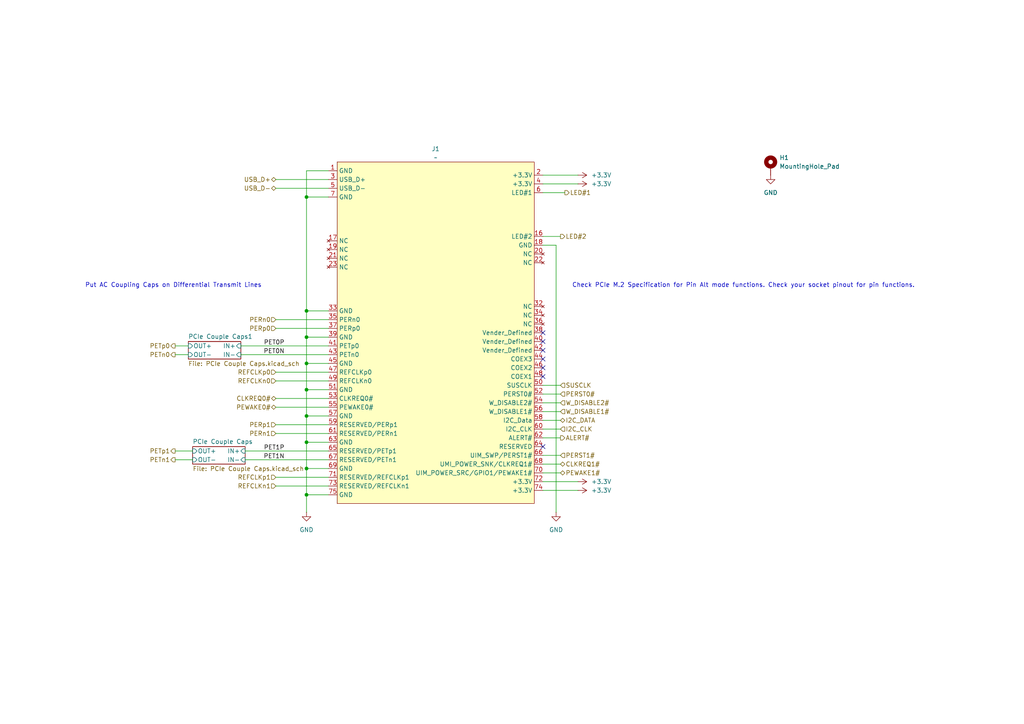
<source format=kicad_sch>
(kicad_sch (version 20250114) (generator "eeschema") (generator_version "9.0")
  (paper "A4")
  (lib_symbols
    (symbol "Mechanical:MountingHole_Pad" (pin_numbers (hide yes)) (pin_names (offset 1.016) (hide yes)) (in_bom no)
      (property "Reference" "H" (at 0 6.35 0))
      (property "Value" "MountingHole_Pad" (at 0 4.445 0))
      (symbol "MountingHole_Pad_0_1"
        (circle (center 0 1.27) (radius 1.27) (stroke (width 1.27)))
      )
      (symbol "MountingHole_Pad_1_1"
        (pin input line (at 0 -2.54 90) (length 2.54) (name "1") (number "1"))
      )
    )
    (symbol "PCIexpress:M.2_A+E_Key"
      (property "Reference" "J" (at 0 0 0))
      (symbol "M.2_A+E_Key_0_1"
        (rectangle (start -27.94 -6.35) (end 29.21 -105.41) (fill (type background)))
      )
      (symbol "M.2_A+E_Key_1_1"
        (pin power_in line (at -30.48 -8.89 0) (length 2.54) (name "GND") (number "1"))
        (pin bidirectional line (at -30.48 -11.43 0) (length 2.54) (name "USB_D+") (number "3"))
        (pin bidirectional line (at -30.48 -13.97 0) (length 2.54) (name "USB_D-") (number "5"))
        (pin power_in line (at -30.48 -16.51 0) (length 2.54) (name "GND") (number "7"))
        (pin no_connect line (at -30.48 -29.21 0) (length 2.54) (name "NC") (number "17"))
        (pin no_connect line (at -30.48 -31.75 0) (length 2.54) (name "NC") (number "19"))
        (pin no_connect line (at -30.48 -34.29 0) (length 2.54) (name "NC") (number "21"))
        (pin no_connect line (at -30.48 -36.83 0) (length 2.54) (name "NC") (number "23"))
        (pin power_in line (at -30.48 -49.53 0) (length 2.54) (name "GND") (number "33"))
        (pin input line (at -30.48 -52.07 0) (length 2.54) (name "PERn0") (number "35"))
        (pin input line (at -30.48 -54.61 0) (length 2.54) (name "PERp0") (number "37"))
        (pin power_in line (at -30.48 -57.15 0) (length 2.54) (name "GND") (number "39"))
        (pin output line (at -30.48 -59.69 0) (length 2.54) (name "PETp0") (number "41"))
        (pin output line (at -30.48 -62.23 0) (length 2.54) (name "PETn0") (number "43"))
        (pin power_in line (at -30.48 -64.77 0) (length 2.54) (name "GND") (number "45"))
        (pin input line (at -30.48 -67.31 0) (length 2.54) (name "REFCLKp0") (number "47"))
        (pin input line (at -30.48 -69.85 0) (length 2.54) (name "REFCLKn0") (number "49"))
        (pin power_in line (at -30.48 -72.39 0) (length 2.54) (name "GND") (number "51"))
        (pin bidirectional line (at -30.48 -74.93 0) (length 2.54) (name "CLKREQ0#") (number "53"))
        (pin bidirectional line (at -30.48 -77.47 0) (length 2.54) (name "PEWAKE0#") (number "55"))
        (pin power_in line (at -30.48 -80.01 0) (length 2.54) (name "GND") (number "57"))
        (pin input line (at -30.48 -82.55 0) (length 2.54) (name "RESERVED/PERp1") (number "59"))
        (pin input line (at -30.48 -85.09 0) (length 2.54) (name "RESERVED/PERn1") (number "61"))
        (pin power_in line (at -30.48 -87.63 0) (length 2.54) (name "GND") (number "63"))
        (pin output line (at -30.48 -90.17 0) (length 2.54) (name "RESERVED/PETp1") (number "65"))
        (pin output line (at -30.48 -92.71 0) (length 2.54) (name "RESERVED/PETn1") (number "67"))
        (pin passive line (at -30.48 -95.25 0) (length 2.54) (name "GND") (number "69"))
        (pin input line (at -30.48 -97.79 0) (length 2.54) (name "RESERVED/REFCLKp1") (number "71"))
        (pin input line (at -30.48 -100.33 0) (length 2.54) (name "RESERVED/REFCLKn1") (number "73"))
        (pin power_in line (at -30.48 -102.87 0) (length 2.54) (name "GND") (number "75"))
        (pin power_in line (at 31.75 -10.16 180) (length 2.54) (name "+3.3V") (number "2"))
        (pin power_in line (at 31.75 -12.7 180) (length 2.54) (name "+3.3V") (number "4"))
        (pin output line (at 31.75 -15.24 180) (length 2.54) (name "LED#1") (number "6"))
        (pin output line (at 31.75 -27.94 180) (length 2.54) (name "LED#2") (number "16"))
        (pin power_in line (at 31.75 -30.48 180) (length 2.54) (name "GND") (number "18"))
        (pin no_connect line (at 31.75 -33.02 180) (length 2.54) (name "NC") (number "20"))
        (pin no_connect line (at 31.75 -35.56 180) (length 2.54) (name "NC") (number "22"))
        (pin no_connect line (at 31.75 -48.26 180) (length 2.54) (name "NC") (number "32"))
        (pin no_connect line (at 31.75 -50.8 180) (length 2.54) (name "NC") (number "34"))
        (pin no_connect line (at 31.75 -53.34 180) (length 2.54) (name "NC") (number "36"))
        (pin unspecified line (at 31.75 -55.88 180) (length 2.54) (name "Vender_Defined") (number "38"))
        (pin unspecified line (at 31.75 -58.42 180) (length 2.54) (name "Vender_Defined") (number "40"))
        (pin unspecified line (at 31.75 -60.96 180) (length 2.54) (name "Vender_Defined") (number "42"))
        (pin bidirectional line (at 31.75 -63.5 180) (length 2.54) (name "COEX3") (number "44"))
        (pin bidirectional line (at 31.75 -66.04 180) (length 2.54) (name "COEX2") (number "46"))
        (pin bidirectional line (at 31.75 -68.58 180) (length 2.54) (name "COEX1") (number "48"))
        (pin input line (at 31.75 -71.12 180) (length 2.54) (name "SUSCLK") (number "50"))
        (pin input line (at 31.75 -73.66 180) (length 2.54) (name "PERST0#") (number "52"))
        (pin input line (at 31.75 -76.2 180) (length 2.54) (name "W_DISABLE2#") (number "54"))
        (pin input line (at 31.75 -78.74 180) (length 2.54) (name "W_DISABLE1#") (number "56"))
        (pin bidirectional line (at 31.75 -81.28 180) (length 2.54) (name "I2C_Data") (number "58"))
        (pin input line (at 31.75 -83.82 180) (length 2.54) (name "I2C_CLK") (number "60"))
        (pin output line (at 31.75 -86.36 180) (length 2.54) (name "ALERT#") (number "62"))
        (pin unspecified line (at 31.75 -88.9 180) (length 2.54) (name "RESERVED") (number "64"))
        (pin unspecified line (at 31.75 -91.44 180) (length 2.54) (name "UIM_SWP/PERST1#") (number "66"))
        (pin unspecified line (at 31.75 -93.98 180) (length 2.54) (name "UMI_POWER_SNK/CLKREQ1#") (number "68"))
        (pin unspecified line (at 31.75 -96.52 180) (length 2.54) (name "UIM_POWER_SRC/GPIO1/PEWAKE1#") (number "70"))
        (pin power_in line (at 31.75 -99.06 180) (length 2.54) (name "+3.3V") (number "72"))
        (pin power_in line (at 31.75 -101.6 180) (length 2.54) (name "+3.3V") (number "74"))
      )
    )
    (symbol "power:+3.3V" (power) (pin_numbers (hide yes)) (pin_names (offset 0) (hide yes))
      (property "Value" "+3.3V" (at 0 3.556 0))
      (symbol "+3.3V_0_1"
        (polyline (pts (xy -0.762 1.27) (xy 0 2.54)))
        (polyline (pts (xy 0 2.54) (xy 0.762 1.27)))
        (polyline (pts (xy 0 0) (xy 0 2.54)))
      )
      (symbol "+3.3V_1_1"
        (pin power_in line (at 0 0 90) (length 0) (name "~") (number "1"))
      )
    )
    (symbol "power:GND" (power) (pin_numbers (hide yes)) (pin_names (offset 0) (hide yes))
      (property "Value" "GND" (at 0 -3.81 0))
      (symbol "GND_0_1"
        (polyline (pts (xy 0 0) (xy 0 -1.27) (xy 1.27 -1.27) (xy 0 -2.54) (xy -1.27 -1.27) (xy 0 -1.27)))
      )
      (symbol "GND_1_1"
        (pin power_in line (at 0 0 270) (length 0) (name "~") (number "1"))
      )
    )
  )
  (text "Put AC Coupling Caps on Differential Transmit Lines" (at 50.292 82.804 0) (effects (font (size 1.27 1.27))))
  (text "Check PCIe M.2 Specification for Pin Alt mode functions. Check your socket pinout for pin functions." (at 215.646 82.804 0) (effects (font (size 1.27 1.27))))
  (junction (at 88.9 57.15))
  (junction (at 88.9 120.65))
  (junction (at 88.9 143.51))
  (junction (at 88.9 128.27))
  (junction (at 88.9 105.41))
  (junction (at 88.9 113.03))
  (junction (at 88.9 97.79))
  (junction (at 88.9 135.89))
  (junction (at 88.9 90.17))
  (no_connect (at 157.48 101.6))
  (no_connect (at 157.48 104.14))
  (no_connect (at 157.48 109.22))
  (no_connect (at 157.48 106.68))
  (no_connect (at 157.48 96.52))
  (no_connect (at 157.48 129.54))
  (no_connect (at 157.48 99.06))
  (wire (pts (xy 80.01 95.25) (xy 95.25 95.25)))
  (wire (pts (xy 161.29 71.12) (xy 161.29 148.59)))
  (wire (pts (xy 69.85 100.33) (xy 95.25 100.33)))
  (wire (pts (xy 50.8 133.35) (xy 55.88 133.35)))
  (wire (pts (xy 69.85 102.87) (xy 95.25 102.87)))
  (wire (pts (xy 157.48 119.38) (xy 162.56 119.38)))
  (wire (pts (xy 88.9 135.89) (xy 88.9 143.51)))
  (wire (pts (xy 88.9 113.03) (xy 88.9 120.65)))
  (wire (pts (xy 95.25 49.53) (xy 88.9 49.53)))
  (wire (pts (xy 157.48 124.46) (xy 162.56 124.46)))
  (wire (pts (xy 80.01 110.49) (xy 95.25 110.49)))
  (wire (pts (xy 157.48 139.7) (xy 167.64 139.7)))
  (wire (pts (xy 50.8 130.81) (xy 55.88 130.81)))
  (wire (pts (xy 50.8 102.87) (xy 54.61 102.87)))
  (wire (pts (xy 157.48 132.08) (xy 162.56 132.08)))
  (wire (pts (xy 95.25 57.15) (xy 88.9 57.15)))
  (wire (pts (xy 157.48 111.76) (xy 162.56 111.76)))
  (wire (pts (xy 71.12 133.35) (xy 95.25 133.35)))
  (wire (pts (xy 157.48 121.92) (xy 162.56 121.92)))
  (wire (pts (xy 88.9 120.65) (xy 88.9 128.27)))
  (wire (pts (xy 88.9 90.17) (xy 88.9 97.79)))
  (wire (pts (xy 157.48 53.34) (xy 167.64 53.34)))
  (wire (pts (xy 88.9 57.15) (xy 88.9 90.17)))
  (wire (pts (xy 88.9 49.53) (xy 88.9 57.15)))
  (wire (pts (xy 80.01 107.95) (xy 95.25 107.95)))
  (wire (pts (xy 157.48 71.12) (xy 161.29 71.12)))
  (wire (pts (xy 95.25 120.65) (xy 88.9 120.65)))
  (wire (pts (xy 88.9 128.27) (xy 88.9 135.89)))
  (wire (pts (xy 88.9 105.41) (xy 88.9 113.03)))
  (wire (pts (xy 50.8 100.33) (xy 54.61 100.33)))
  (wire (pts (xy 80.01 115.57) (xy 95.25 115.57)))
  (wire (pts (xy 157.48 142.24) (xy 167.64 142.24)))
  (wire (pts (xy 157.48 68.58) (xy 162.56 68.58)))
  (wire (pts (xy 80.01 123.19) (xy 95.25 123.19)))
  (wire (pts (xy 157.48 137.16) (xy 162.56 137.16)))
  (wire (pts (xy 95.25 143.51) (xy 88.9 143.51)))
  (wire (pts (xy 95.25 128.27) (xy 88.9 128.27)))
  (wire (pts (xy 157.48 114.3) (xy 162.56 114.3)))
  (wire (pts (xy 80.01 125.73) (xy 95.25 125.73)))
  (wire (pts (xy 80.01 92.71) (xy 95.25 92.71)))
  (wire (pts (xy 157.48 127) (xy 162.56 127)))
  (wire (pts (xy 95.25 135.89) (xy 88.9 135.89)))
  (wire (pts (xy 88.9 97.79) (xy 88.9 105.41)))
  (wire (pts (xy 80.01 54.61) (xy 95.25 54.61)))
  (wire (pts (xy 80.01 140.97) (xy 95.25 140.97)))
  (wire (pts (xy 95.25 90.17) (xy 88.9 90.17)))
  (wire (pts (xy 157.48 50.8) (xy 167.64 50.8)))
  (wire (pts (xy 95.25 113.03) (xy 88.9 113.03)))
  (wire (pts (xy 88.9 143.51) (xy 88.9 148.59)))
  (wire (pts (xy 157.48 134.62) (xy 162.56 134.62)))
  (wire (pts (xy 95.25 97.79) (xy 88.9 97.79)))
  (wire (pts (xy 80.01 52.07) (xy 95.25 52.07)))
  (wire (pts (xy 157.48 55.88) (xy 163.83 55.88)))
  (wire (pts (xy 157.48 116.84) (xy 162.56 116.84)))
  (wire (pts (xy 95.25 105.41) (xy 88.9 105.41)))
  (wire (pts (xy 80.01 138.43) (xy 95.25 138.43)))
  (wire (pts (xy 80.01 118.11) (xy 95.25 118.11)))
  (wire (pts (xy 71.12 130.81) (xy 95.25 130.81)))
  (label "PET1N" (at 82.55 133.35 180))
  (label "PET0P" (at 82.55 100.33 180))
  (label "PET1P" (at 82.55 130.81 180))
  (label "PET0N" (at 82.55 102.87 180))
  (hierarchical_label "PERn0" (shape input) (at 80.01 92.71 180))
  (hierarchical_label "PEWAKE0#" (shape bidirectional) (at 80.01 118.11 180))
  (hierarchical_label "REFCLKn1" (shape input) (at 80.01 140.97 180))
  (hierarchical_label "USB_D-" (shape bidirectional) (at 80.01 54.61 180))
  (hierarchical_label "SUSCLK" (shape input) (at 162.56 111.76 0))
  (hierarchical_label "W_DISABLE1#" (shape input) (at 162.56 119.38 0))
  (hierarchical_label "PERST0#" (shape input) (at 162.56 114.3 0))
  (hierarchical_label "USB_D+" (shape bidirectional) (at 80.01 52.07 180))
  (hierarchical_label "PETp0" (shape output) (at 50.8 100.33 180))
  (hierarchical_label "PERp1" (shape input) (at 80.01 123.19 180))
  (hierarchical_label "CLKREQ1#" (shape bidirectional) (at 162.56 134.62 0))
  (hierarchical_label "REFCLKn0" (shape input) (at 80.01 110.49 180))
  (hierarchical_label "I2C_DATA" (shape bidirectional) (at 162.56 121.92 0))
  (hierarchical_label "PETn1" (shape output) (at 50.8 133.35 180))
  (hierarchical_label "PETp1" (shape output) (at 50.8 130.81 180))
  (hierarchical_label "PERp0" (shape input) (at 80.01 95.25 180))
  (hierarchical_label "I2C_CLK" (shape input) (at 162.56 124.46 0))
  (hierarchical_label "REFCLKp1" (shape input) (at 80.01 138.43 180))
  (hierarchical_label "PEWAKE1#" (shape bidirectional) (at 162.56 137.16 0))
  (hierarchical_label "PERn1" (shape input) (at 80.01 125.73 180))
  (hierarchical_label "PERST1#" (shape input) (at 162.56 132.08 0))
  (hierarchical_label "PETn0" (shape output) (at 50.8 102.87 180))
  (hierarchical_label "ALERT#" (shape output) (at 162.56 127 0))
  (hierarchical_label "W_DISABLE2#" (shape input) (at 162.56 116.84 0))
  (hierarchical_label "REFCLKp0" (shape input) (at 80.01 107.95 180))
  (hierarchical_label "LED#2" (shape output) (at 162.56 68.58 0))
  (hierarchical_label "CLKREQ0#" (shape bidirectional) (at 80.01 115.57 180))
  (hierarchical_label "LED#1" (shape output) (at 163.83 55.88 0))
  (symbol (lib_id "power:+3.3V") (at 167.64 139.7 270) (unit 1)
    (property "Reference" "#PWR06" (effects (hide yes)))
    (property "Value" "+3.3V" (at 171.45 139.6999 90) (effects (justify left)))
    (property "Description" "Power symbol creates a global label with name \"+3.3V\"" (effects (hide yes)))
  )
  (symbol (lib_id "power:GND") (at 88.9 148.59 0) (unit 1)
    (property "Reference" "#PWR02" (effects (hide yes)))
    (property "Value" "GND" (at 88.9 153.67 0))
    (property "Description" "Power symbol creates a global label with name \"GND\" , ground" (effects (hide yes)))
  )
  (symbol (lib_id "power:+3.3V") (at 167.64 53.34 270) (unit 1)
    (property "Reference" "#PWR05" (effects (hide yes)))
    (property "Value" "+3.3V" (at 171.45 53.3399 90) (effects (justify left)))
    (property "Description" "Power symbol creates a global label with name \"+3.3V\"" (effects (hide yes)))
  )
  (symbol (lib_id "power:GND") (at 223.52 50.8 0) (unit 1)
    (property "Reference" "#PWR01" (effects (hide yes)))
    (property "Value" "GND" (at 223.52 55.88 0))
    (property "Description" "Power symbol creates a global label with name \"GND\" , ground" (effects (hide yes)))
  )
  (symbol (lib_id "power:+3.3V") (at 167.64 50.8 270) (unit 1)
    (property "Reference" "#PWR04" (effects (hide yes)))
    (property "Value" "+3.3V" (at 171.45 50.7999 90) (effects (justify left)))
    (property "Description" "Power symbol creates a global label with name \"+3.3V\"" (effects (hide yes)))
  )
  (symbol (lib_id "PCIexpress:M.2_A+E_Key") (at 125.73 40.64 0) (unit 1)
    (property "Reference" "J1" (at 126.365 43.18 0))
    (property "Value" "~" (at 126.365 45.72 0))
    (property "Footprint" "PCIexpress:M.2 A+E Key Connector" (effects (hide yes)))
    (property "Note" "Check PCIe M.2 Specification for Pin Alt mode functions. Check your socket pinout for pin functions." (effects (hide yes)))
  )
  (symbol (lib_id "Mechanical:MountingHole_Pad") (at 223.52 48.26 0) (unit 1) (in_bom no)
    (property "Reference" "H1" (at 226.06 45.7199 0) (effects (justify left)))
    (property "Value" "MountingHole_Pad" (at 226.06 48.2599 0) (effects (justify left)))
    (property "Footprint" "Athena KiCAd library:M.2 Mounting Pad" (effects (hide yes)))
    (property "Description" "Mounting Hole with connection" (effects (hide yes)))
  )
  (symbol (lib_id "power:+3.3V") (at 167.64 142.24 270) (unit 1)
    (property "Reference" "#PWR07" (effects (hide yes)))
    (property "Value" "+3.3V" (at 171.45 142.2399 90) (effects (justify left)))
    (property "Description" "Power symbol creates a global label with name \"+3.3V\"" (effects (hide yes)))
  )
  (symbol (lib_id "power:GND") (at 161.29 148.59 0) (unit 1)
    (property "Reference" "#PWR03" (effects (hide yes)))
    (property "Value" "GND" (at 161.29 153.67 0))
    (property "Description" "Power symbol creates a global label with name \"GND\" , ground" (effects (hide yes)))
  )
  (sheet (at 55.88 129.54) (size 15.24 5.08) (stroke (width 0.1524))
    (property "Sheetname" "PCIe Couple Caps" (at 55.88 128.8284 0) (effects (justify left bottom)))
    (property "Sheetfile" "PCIe Couple Caps.kicad_sch" (at 55.88 135.2046 0) (effects (justify left top)))
    (pin "OUT-" input (at 55.88 133.35 180))
    (pin "IN+" input (at 71.12 130.81 0))
    (pin "OUT+" input (at 55.88 130.81 180))
    (pin "IN-" input (at 71.12 133.35 0))
  )
  (sheet (at 54.61 99.06) (size 15.24 5.08) (stroke (width 0.1524))
    (property "Sheetname" "PCIe Couple Caps1" (at 54.61 98.3484 0) (effects (justify left bottom)))
    (property "Sheetfile" "PCIe Couple Caps.kicad_sch" (at 54.61 104.7246 0) (effects (justify left top)))
    (pin "OUT-" input (at 54.61 102.87 180))
    (pin "IN+" input (at 69.85 100.33 0))
    (pin "OUT+" input (at 54.61 100.33 180))
    (pin "IN-" input (at 69.85 102.87 0))
  )
)
</source>
